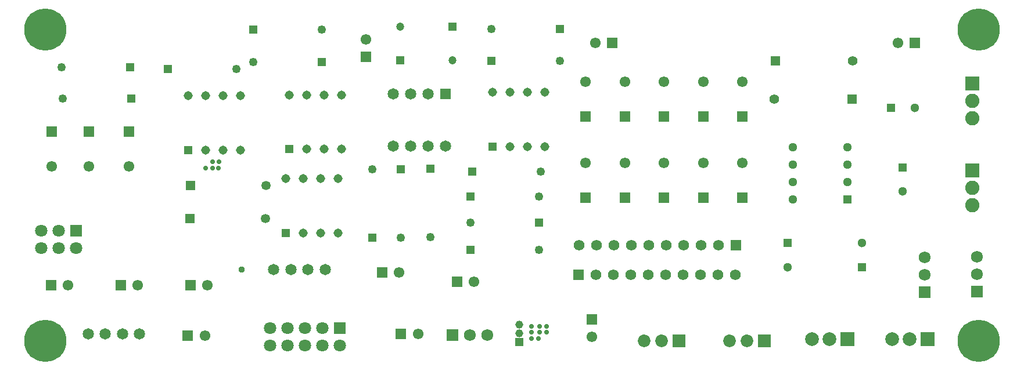
<source format=gbr>
G04*
G04 #@! TF.GenerationSoftware,Altium Limited,Altium Designer,23.3.1 (30)*
G04*
G04 Layer_Color=8388736*
%FSLAX44Y44*%
%MOMM*%
G71*
G04*
G04 #@! TF.SameCoordinates,EAF1F0D8-16AB-4789-B3CC-ED1B898C5CC7*
G04*
G04*
G04 #@! TF.FilePolarity,Negative*
G04*
G01*
G75*
%ADD16R,1.8000X1.8000*%
%ADD17C,1.8000*%
%ADD18C,1.6500*%
%ADD19C,1.5500*%
%ADD20R,1.5500X1.5500*%
%ADD21C,1.7250*%
%ADD22R,1.7250X1.7250*%
%ADD23C,1.2000*%
%ADD24R,1.2000X1.2000*%
%ADD25R,1.3000X1.3000*%
%ADD26C,1.3000*%
%ADD27C,2.0850*%
%ADD28R,2.0850X2.0850*%
%ADD29C,1.5500*%
%ADD30R,1.5500X1.5500*%
%ADD31C,1.4000*%
%ADD32R,1.4000X1.4000*%
%ADD33C,1.2800*%
%ADD34R,1.2800X1.2800*%
%ADD35R,1.3000X1.3000*%
%ADD36C,6.1500*%
%ADD37R,1.5500X1.5500*%
%ADD38R,1.7250X1.7250*%
%ADD39R,1.3100X1.3100*%
%ADD40C,1.3100*%
%ADD41C,1.2500*%
%ADD42R,1.2500X1.2500*%
%ADD43R,1.5660X1.5660*%
%ADD44C,1.5660*%
%ADD45R,1.6500X1.6500*%
%ADD46R,1.2500X1.2500*%
%ADD47C,1.3500*%
%ADD48R,1.3500X1.3500*%
%ADD49R,1.8500X1.8500*%
%ADD50C,1.8500*%
%ADD51C,1.1500*%
%ADD52R,1.1500X1.1500*%
%ADD53C,2.0000*%
%ADD54R,2.0000X2.0000*%
%ADD55C,0.7000*%
%ADD56C,0.9500*%
D16*
X377190Y478790D02*
D03*
X762000Y336487D02*
D03*
D17*
X377190Y453390D02*
D03*
X351790Y478790D02*
D03*
Y453390D02*
D03*
X326390Y478790D02*
D03*
Y453390D02*
D03*
X660400Y311087D02*
D03*
Y336487D02*
D03*
X685800Y311087D02*
D03*
Y336487D02*
D03*
X711200Y311087D02*
D03*
Y336487D02*
D03*
X736600Y311087D02*
D03*
Y336487D02*
D03*
X762000Y311087D02*
D03*
D18*
X394900Y327660D02*
D03*
X419900D02*
D03*
X444900D02*
D03*
X469900D02*
D03*
X665480Y421640D02*
D03*
X690480D02*
D03*
X715480D02*
D03*
X740480D02*
D03*
X839470Y601980D02*
D03*
X864870D02*
D03*
X890270D02*
D03*
X915670D02*
D03*
X839470Y678180D02*
D03*
X864870D02*
D03*
X890270D02*
D03*
D19*
X875773Y327660D02*
D03*
X568760Y398950D02*
D03*
X1129030Y323850D02*
D03*
X365560Y398950D02*
D03*
X467160Y398950D02*
D03*
X800100Y757790D02*
D03*
X564950Y325290D02*
D03*
X1134110Y753110D02*
D03*
X848360Y417830D02*
D03*
X957580Y403860D02*
D03*
X1575200Y753110D02*
D03*
D20*
X850772Y327660D02*
D03*
X543760Y398950D02*
D03*
X340560Y398950D02*
D03*
X442160Y398950D02*
D03*
X539950Y325290D02*
D03*
X1159110Y753110D02*
D03*
X823360Y417830D02*
D03*
X932580Y403860D02*
D03*
X1600200Y753110D02*
D03*
D21*
X976630Y326390D02*
D03*
X951230D02*
D03*
X1690370Y415290D02*
D03*
Y440690D02*
D03*
X1614170Y414020D02*
D03*
Y439420D02*
D03*
D22*
X925830Y326390D02*
D03*
D23*
X849600Y776380D02*
D03*
X925860Y727710D02*
D03*
D24*
Y776380D02*
D03*
X849600Y727710D02*
D03*
D25*
X1564920Y657860D02*
D03*
D26*
X1599920D02*
D03*
X1414780Y425730D02*
D03*
X1582420Y536220D02*
D03*
X1522730Y460730D02*
D03*
D27*
X1684020Y642620D02*
D03*
Y668020D02*
D03*
Y541020D02*
D03*
Y515620D02*
D03*
D28*
Y693420D02*
D03*
Y566420D02*
D03*
D29*
X1348740Y695960D02*
D03*
X1120140D02*
D03*
X1348740Y577850D02*
D03*
X1177290Y695960D02*
D03*
X1291590D02*
D03*
X1234440D02*
D03*
X1291590Y577850D02*
D03*
X1234440D02*
D03*
X1177290D02*
D03*
X1120140D02*
D03*
X341630Y572770D02*
D03*
X396240D02*
D03*
X454660D02*
D03*
D30*
X1348740Y645160D02*
D03*
X1120140D02*
D03*
X1348740Y527050D02*
D03*
X1177290Y645160D02*
D03*
X1291590D02*
D03*
X1234440D02*
D03*
X1291590Y527050D02*
D03*
X1234440D02*
D03*
X1177290D02*
D03*
X1120140D02*
D03*
X341630Y623570D02*
D03*
X396240D02*
D03*
X454660D02*
D03*
D31*
X1395110Y670560D02*
D03*
X1509380Y726440D02*
D03*
D32*
X1508110Y670560D02*
D03*
X1396380Y726440D02*
D03*
D33*
X1422070Y524510D02*
D03*
Y549910D02*
D03*
Y575310D02*
D03*
Y600710D02*
D03*
X1501470D02*
D03*
Y575310D02*
D03*
Y549910D02*
D03*
D34*
Y524510D02*
D03*
D35*
X1414780Y460730D02*
D03*
X1582420Y571220D02*
D03*
X1522730Y425730D02*
D03*
D36*
X1692910Y317500D02*
D03*
Y772160D02*
D03*
X332740Y317500D02*
D03*
Y772160D02*
D03*
D37*
X1129030Y348850D02*
D03*
X800100Y732790D02*
D03*
D38*
X1690370Y389890D02*
D03*
X1614170Y388620D02*
D03*
D39*
X984250Y601650D02*
D03*
X683260Y475590D02*
D03*
X688340Y597840D02*
D03*
X541020Y596570D02*
D03*
D40*
X1009650Y601650D02*
D03*
X1035050D02*
D03*
X1060450D02*
D03*
Y681050D02*
D03*
X1035050D02*
D03*
X1009650D02*
D03*
X984250D02*
D03*
X683260Y554990D02*
D03*
X708660D02*
D03*
X734060D02*
D03*
X759460D02*
D03*
Y475590D02*
D03*
X734060D02*
D03*
X708660D02*
D03*
X713740Y597840D02*
D03*
X739140D02*
D03*
X764540D02*
D03*
Y677240D02*
D03*
X739140D02*
D03*
X713740D02*
D03*
X688340D02*
D03*
X566420Y596570D02*
D03*
X591820D02*
D03*
X617220D02*
D03*
Y675970D02*
D03*
X591820D02*
D03*
X566420D02*
D03*
X541020D02*
D03*
D41*
X1054570Y565150D02*
D03*
X635800Y725170D02*
D03*
X1082510Y726440D02*
D03*
X982510Y773430D02*
D03*
X1052030Y528320D02*
D03*
Y450850D02*
D03*
X952030Y490220D02*
D03*
X850900Y468160D02*
D03*
X894080Y469430D02*
D03*
X808990Y568160D02*
D03*
X611340Y715010D02*
D03*
X735800Y772160D02*
D03*
X357670Y671830D02*
D03*
X356400Y717550D02*
D03*
D42*
X954570Y565150D02*
D03*
X735800Y725170D02*
D03*
X982510Y726440D02*
D03*
X1082510Y773430D02*
D03*
X952030Y528320D02*
D03*
Y450850D02*
D03*
X1052030Y490220D02*
D03*
X511340Y715010D02*
D03*
X635800Y772160D02*
D03*
X457670Y671830D02*
D03*
X456400Y717550D02*
D03*
D43*
X1109980Y414020D02*
D03*
X1339236Y457200D02*
D03*
D44*
X1135380Y414020D02*
D03*
X1160780D02*
D03*
X1186180D02*
D03*
X1211580D02*
D03*
X1236980D02*
D03*
X1262380D02*
D03*
X1287780D02*
D03*
X1313180D02*
D03*
X1338580D02*
D03*
X1313836Y457200D02*
D03*
X1288436D02*
D03*
X1263036D02*
D03*
X1237636D02*
D03*
X1212236D02*
D03*
X1186836D02*
D03*
X1161436D02*
D03*
X1136036D02*
D03*
X1110636D02*
D03*
D45*
X915670Y678180D02*
D03*
D46*
X850900Y568160D02*
D03*
X894080Y569430D02*
D03*
X808990Y468160D02*
D03*
D47*
X654440Y544830D02*
D03*
X653170Y496570D02*
D03*
D48*
X544440Y544830D02*
D03*
X543170Y496570D02*
D03*
D49*
X1256030Y317500D02*
D03*
X1380490D02*
D03*
D50*
X1230630D02*
D03*
X1205230D02*
D03*
X1355090D02*
D03*
X1329690D02*
D03*
D51*
X1023620Y341630D02*
D03*
Y328930D02*
D03*
D52*
Y316230D02*
D03*
D53*
X1567180Y320040D02*
D03*
X1592680D02*
D03*
X1475840D02*
D03*
X1450340D02*
D03*
D54*
X1618180D02*
D03*
X1501340D02*
D03*
D55*
X585114Y570586D02*
D03*
X576580Y570230D02*
D03*
X566420D02*
D03*
X585470Y579120D02*
D03*
X576580D02*
D03*
X1062990Y339090D02*
D03*
X1052830D02*
D03*
X1041400D02*
D03*
X1051560Y321310D02*
D03*
X1041400D02*
D03*
X1062990Y330200D02*
D03*
X1052830D02*
D03*
X1041400D02*
D03*
D56*
X618490Y421640D02*
D03*
M02*

</source>
